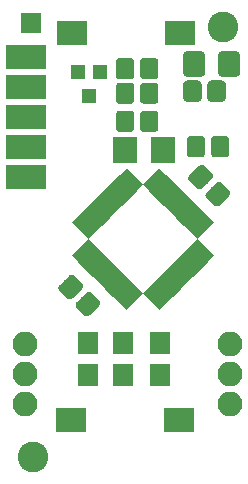
<source format=gts>
G04 #@! TF.GenerationSoftware,KiCad,Pcbnew,(5.1.2)-2*
G04 #@! TF.CreationDate,2019-11-25T21:39:26+01:00*
G04 #@! TF.ProjectId,HM-LC-SW1-BA-PCB_mini_MAX1724,484d2d4c-432d-4535-9731-2d42412d5043,rev?*
G04 #@! TF.SameCoordinates,Original*
G04 #@! TF.FileFunction,Soldermask,Top*
G04 #@! TF.FilePolarity,Negative*
%FSLAX46Y46*%
G04 Gerber Fmt 4.6, Leading zero omitted, Abs format (unit mm)*
G04 Created by KiCad (PCBNEW (5.1.2)-2) date 2019-11-25 21:39:26*
%MOMM*%
%LPD*%
G04 APERTURE LIST*
%ADD10O,2.100000X2.100000*%
%ADD11C,0.150000*%
%ADD12C,1.550000*%
%ADD13R,2.150000X2.200000*%
%ADD14R,1.200000X1.300000*%
%ADD15C,1.825000*%
%ADD16R,3.400000X2.100000*%
%ADD17C,0.950000*%
%ADD18R,2.580000X2.000000*%
%ADD19R,1.700000X1.900000*%
%ADD20C,2.600000*%
%ADD21R,1.750000X1.750000*%
G04 APERTURE END LIST*
D10*
X171300000Y-118680000D03*
X171300000Y-116140000D03*
X171300000Y-113600000D03*
D11*
G36*
X176746199Y-109181575D02*
G01*
X176778909Y-109186427D01*
X176810985Y-109194461D01*
X176842119Y-109205601D01*
X176872012Y-109219739D01*
X176900375Y-109236739D01*
X176926935Y-109256437D01*
X176951436Y-109278644D01*
X177570924Y-109898132D01*
X177593131Y-109922633D01*
X177612829Y-109949193D01*
X177629829Y-109977556D01*
X177643967Y-110007449D01*
X177655107Y-110038583D01*
X177663141Y-110070659D01*
X177667993Y-110103369D01*
X177669616Y-110136396D01*
X177667993Y-110169423D01*
X177663141Y-110202133D01*
X177655107Y-110234209D01*
X177643967Y-110265343D01*
X177629829Y-110295236D01*
X177612829Y-110323599D01*
X177593131Y-110350159D01*
X177570924Y-110374660D01*
X176774660Y-111170924D01*
X176750159Y-111193131D01*
X176723599Y-111212829D01*
X176695236Y-111229829D01*
X176665343Y-111243967D01*
X176634209Y-111255107D01*
X176602133Y-111263141D01*
X176569423Y-111267993D01*
X176536396Y-111269616D01*
X176503369Y-111267993D01*
X176470659Y-111263141D01*
X176438583Y-111255107D01*
X176407449Y-111243967D01*
X176377556Y-111229829D01*
X176349193Y-111212829D01*
X176322633Y-111193131D01*
X176298132Y-111170924D01*
X175678644Y-110551436D01*
X175656437Y-110526935D01*
X175636739Y-110500375D01*
X175619739Y-110472012D01*
X175605601Y-110442119D01*
X175594461Y-110410985D01*
X175586427Y-110378909D01*
X175581575Y-110346199D01*
X175579952Y-110313172D01*
X175581575Y-110280145D01*
X175586427Y-110247435D01*
X175594461Y-110215359D01*
X175605601Y-110184225D01*
X175619739Y-110154332D01*
X175636739Y-110125969D01*
X175656437Y-110099409D01*
X175678644Y-110074908D01*
X176474908Y-109278644D01*
X176499409Y-109256437D01*
X176525969Y-109236739D01*
X176554332Y-109219739D01*
X176584225Y-109205601D01*
X176615359Y-109194461D01*
X176647435Y-109186427D01*
X176680145Y-109181575D01*
X176713172Y-109179952D01*
X176746199Y-109181575D01*
X176746199Y-109181575D01*
G37*
D12*
X176624784Y-110224784D03*
D11*
G36*
X175296631Y-107732007D02*
G01*
X175329341Y-107736859D01*
X175361417Y-107744893D01*
X175392551Y-107756033D01*
X175422444Y-107770171D01*
X175450807Y-107787171D01*
X175477367Y-107806869D01*
X175501868Y-107829076D01*
X176121356Y-108448564D01*
X176143563Y-108473065D01*
X176163261Y-108499625D01*
X176180261Y-108527988D01*
X176194399Y-108557881D01*
X176205539Y-108589015D01*
X176213573Y-108621091D01*
X176218425Y-108653801D01*
X176220048Y-108686828D01*
X176218425Y-108719855D01*
X176213573Y-108752565D01*
X176205539Y-108784641D01*
X176194399Y-108815775D01*
X176180261Y-108845668D01*
X176163261Y-108874031D01*
X176143563Y-108900591D01*
X176121356Y-108925092D01*
X175325092Y-109721356D01*
X175300591Y-109743563D01*
X175274031Y-109763261D01*
X175245668Y-109780261D01*
X175215775Y-109794399D01*
X175184641Y-109805539D01*
X175152565Y-109813573D01*
X175119855Y-109818425D01*
X175086828Y-109820048D01*
X175053801Y-109818425D01*
X175021091Y-109813573D01*
X174989015Y-109805539D01*
X174957881Y-109794399D01*
X174927988Y-109780261D01*
X174899625Y-109763261D01*
X174873065Y-109743563D01*
X174848564Y-109721356D01*
X174229076Y-109101868D01*
X174206869Y-109077367D01*
X174187171Y-109050807D01*
X174170171Y-109022444D01*
X174156033Y-108992551D01*
X174144893Y-108961417D01*
X174136859Y-108929341D01*
X174132007Y-108896631D01*
X174130384Y-108863604D01*
X174132007Y-108830577D01*
X174136859Y-108797867D01*
X174144893Y-108765791D01*
X174156033Y-108734657D01*
X174170171Y-108704764D01*
X174187171Y-108676401D01*
X174206869Y-108649841D01*
X174229076Y-108625340D01*
X175025340Y-107829076D01*
X175049841Y-107806869D01*
X175076401Y-107787171D01*
X175104764Y-107770171D01*
X175134657Y-107756033D01*
X175165791Y-107744893D01*
X175197867Y-107736859D01*
X175230577Y-107732007D01*
X175263604Y-107730384D01*
X175296631Y-107732007D01*
X175296631Y-107732007D01*
G37*
D12*
X175175216Y-108775216D03*
D11*
G36*
X187746199Y-99881575D02*
G01*
X187778909Y-99886427D01*
X187810985Y-99894461D01*
X187842119Y-99905601D01*
X187872012Y-99919739D01*
X187900375Y-99936739D01*
X187926935Y-99956437D01*
X187951436Y-99978644D01*
X188570924Y-100598132D01*
X188593131Y-100622633D01*
X188612829Y-100649193D01*
X188629829Y-100677556D01*
X188643967Y-100707449D01*
X188655107Y-100738583D01*
X188663141Y-100770659D01*
X188667993Y-100803369D01*
X188669616Y-100836396D01*
X188667993Y-100869423D01*
X188663141Y-100902133D01*
X188655107Y-100934209D01*
X188643967Y-100965343D01*
X188629829Y-100995236D01*
X188612829Y-101023599D01*
X188593131Y-101050159D01*
X188570924Y-101074660D01*
X187774660Y-101870924D01*
X187750159Y-101893131D01*
X187723599Y-101912829D01*
X187695236Y-101929829D01*
X187665343Y-101943967D01*
X187634209Y-101955107D01*
X187602133Y-101963141D01*
X187569423Y-101967993D01*
X187536396Y-101969616D01*
X187503369Y-101967993D01*
X187470659Y-101963141D01*
X187438583Y-101955107D01*
X187407449Y-101943967D01*
X187377556Y-101929829D01*
X187349193Y-101912829D01*
X187322633Y-101893131D01*
X187298132Y-101870924D01*
X186678644Y-101251436D01*
X186656437Y-101226935D01*
X186636739Y-101200375D01*
X186619739Y-101172012D01*
X186605601Y-101142119D01*
X186594461Y-101110985D01*
X186586427Y-101078909D01*
X186581575Y-101046199D01*
X186579952Y-101013172D01*
X186581575Y-100980145D01*
X186586427Y-100947435D01*
X186594461Y-100915359D01*
X186605601Y-100884225D01*
X186619739Y-100854332D01*
X186636739Y-100825969D01*
X186656437Y-100799409D01*
X186678644Y-100774908D01*
X187474908Y-99978644D01*
X187499409Y-99956437D01*
X187525969Y-99936739D01*
X187554332Y-99919739D01*
X187584225Y-99905601D01*
X187615359Y-99894461D01*
X187647435Y-99886427D01*
X187680145Y-99881575D01*
X187713172Y-99879952D01*
X187746199Y-99881575D01*
X187746199Y-99881575D01*
G37*
D12*
X187624784Y-100924784D03*
D11*
G36*
X186296631Y-98432007D02*
G01*
X186329341Y-98436859D01*
X186361417Y-98444893D01*
X186392551Y-98456033D01*
X186422444Y-98470171D01*
X186450807Y-98487171D01*
X186477367Y-98506869D01*
X186501868Y-98529076D01*
X187121356Y-99148564D01*
X187143563Y-99173065D01*
X187163261Y-99199625D01*
X187180261Y-99227988D01*
X187194399Y-99257881D01*
X187205539Y-99289015D01*
X187213573Y-99321091D01*
X187218425Y-99353801D01*
X187220048Y-99386828D01*
X187218425Y-99419855D01*
X187213573Y-99452565D01*
X187205539Y-99484641D01*
X187194399Y-99515775D01*
X187180261Y-99545668D01*
X187163261Y-99574031D01*
X187143563Y-99600591D01*
X187121356Y-99625092D01*
X186325092Y-100421356D01*
X186300591Y-100443563D01*
X186274031Y-100463261D01*
X186245668Y-100480261D01*
X186215775Y-100494399D01*
X186184641Y-100505539D01*
X186152565Y-100513573D01*
X186119855Y-100518425D01*
X186086828Y-100520048D01*
X186053801Y-100518425D01*
X186021091Y-100513573D01*
X185989015Y-100505539D01*
X185957881Y-100494399D01*
X185927988Y-100480261D01*
X185899625Y-100463261D01*
X185873065Y-100443563D01*
X185848564Y-100421356D01*
X185229076Y-99801868D01*
X185206869Y-99777367D01*
X185187171Y-99750807D01*
X185170171Y-99722444D01*
X185156033Y-99692551D01*
X185144893Y-99661417D01*
X185136859Y-99629341D01*
X185132007Y-99596631D01*
X185130384Y-99563604D01*
X185132007Y-99530577D01*
X185136859Y-99497867D01*
X185144893Y-99465791D01*
X185156033Y-99434657D01*
X185170171Y-99404764D01*
X185187171Y-99376401D01*
X185206869Y-99349841D01*
X185229076Y-99325340D01*
X186025340Y-98529076D01*
X186049841Y-98506869D01*
X186076401Y-98487171D01*
X186104764Y-98470171D01*
X186134657Y-98456033D01*
X186165791Y-98444893D01*
X186197867Y-98436859D01*
X186230577Y-98432007D01*
X186263604Y-98430384D01*
X186296631Y-98432007D01*
X186296631Y-98432007D01*
G37*
D12*
X186175216Y-99475216D03*
D11*
G36*
X182296071Y-93851623D02*
G01*
X182328781Y-93856475D01*
X182360857Y-93864509D01*
X182391991Y-93875649D01*
X182421884Y-93889787D01*
X182450247Y-93906787D01*
X182476807Y-93926485D01*
X182501308Y-93948692D01*
X182523515Y-93973193D01*
X182543213Y-93999753D01*
X182560213Y-94028116D01*
X182574351Y-94058009D01*
X182585491Y-94089143D01*
X182593525Y-94121219D01*
X182598377Y-94153929D01*
X182600000Y-94186956D01*
X182600000Y-95313044D01*
X182598377Y-95346071D01*
X182593525Y-95378781D01*
X182585491Y-95410857D01*
X182574351Y-95441991D01*
X182560213Y-95471884D01*
X182543213Y-95500247D01*
X182523515Y-95526807D01*
X182501308Y-95551308D01*
X182476807Y-95573515D01*
X182450247Y-95593213D01*
X182421884Y-95610213D01*
X182391991Y-95624351D01*
X182360857Y-95635491D01*
X182328781Y-95643525D01*
X182296071Y-95648377D01*
X182263044Y-95650000D01*
X181386956Y-95650000D01*
X181353929Y-95648377D01*
X181321219Y-95643525D01*
X181289143Y-95635491D01*
X181258009Y-95624351D01*
X181228116Y-95610213D01*
X181199753Y-95593213D01*
X181173193Y-95573515D01*
X181148692Y-95551308D01*
X181126485Y-95526807D01*
X181106787Y-95500247D01*
X181089787Y-95471884D01*
X181075649Y-95441991D01*
X181064509Y-95410857D01*
X181056475Y-95378781D01*
X181051623Y-95346071D01*
X181050000Y-95313044D01*
X181050000Y-94186956D01*
X181051623Y-94153929D01*
X181056475Y-94121219D01*
X181064509Y-94089143D01*
X181075649Y-94058009D01*
X181089787Y-94028116D01*
X181106787Y-93999753D01*
X181126485Y-93973193D01*
X181148692Y-93948692D01*
X181173193Y-93926485D01*
X181199753Y-93906787D01*
X181228116Y-93889787D01*
X181258009Y-93875649D01*
X181289143Y-93864509D01*
X181321219Y-93856475D01*
X181353929Y-93851623D01*
X181386956Y-93850000D01*
X182263044Y-93850000D01*
X182296071Y-93851623D01*
X182296071Y-93851623D01*
G37*
D12*
X181825000Y-94750000D03*
D11*
G36*
X180246071Y-93851623D02*
G01*
X180278781Y-93856475D01*
X180310857Y-93864509D01*
X180341991Y-93875649D01*
X180371884Y-93889787D01*
X180400247Y-93906787D01*
X180426807Y-93926485D01*
X180451308Y-93948692D01*
X180473515Y-93973193D01*
X180493213Y-93999753D01*
X180510213Y-94028116D01*
X180524351Y-94058009D01*
X180535491Y-94089143D01*
X180543525Y-94121219D01*
X180548377Y-94153929D01*
X180550000Y-94186956D01*
X180550000Y-95313044D01*
X180548377Y-95346071D01*
X180543525Y-95378781D01*
X180535491Y-95410857D01*
X180524351Y-95441991D01*
X180510213Y-95471884D01*
X180493213Y-95500247D01*
X180473515Y-95526807D01*
X180451308Y-95551308D01*
X180426807Y-95573515D01*
X180400247Y-95593213D01*
X180371884Y-95610213D01*
X180341991Y-95624351D01*
X180310857Y-95635491D01*
X180278781Y-95643525D01*
X180246071Y-95648377D01*
X180213044Y-95650000D01*
X179336956Y-95650000D01*
X179303929Y-95648377D01*
X179271219Y-95643525D01*
X179239143Y-95635491D01*
X179208009Y-95624351D01*
X179178116Y-95610213D01*
X179149753Y-95593213D01*
X179123193Y-95573515D01*
X179098692Y-95551308D01*
X179076485Y-95526807D01*
X179056787Y-95500247D01*
X179039787Y-95471884D01*
X179025649Y-95441991D01*
X179014509Y-95410857D01*
X179006475Y-95378781D01*
X179001623Y-95346071D01*
X179000000Y-95313044D01*
X179000000Y-94186956D01*
X179001623Y-94153929D01*
X179006475Y-94121219D01*
X179014509Y-94089143D01*
X179025649Y-94058009D01*
X179039787Y-94028116D01*
X179056787Y-93999753D01*
X179076485Y-93973193D01*
X179098692Y-93948692D01*
X179123193Y-93926485D01*
X179149753Y-93906787D01*
X179178116Y-93889787D01*
X179208009Y-93875649D01*
X179239143Y-93864509D01*
X179271219Y-93856475D01*
X179303929Y-93851623D01*
X179336956Y-93850000D01*
X180213044Y-93850000D01*
X180246071Y-93851623D01*
X180246071Y-93851623D01*
G37*
D12*
X179775000Y-94750000D03*
D13*
X179775000Y-97200000D03*
X183025000Y-97200000D03*
D11*
G36*
X188296071Y-96001623D02*
G01*
X188328781Y-96006475D01*
X188360857Y-96014509D01*
X188391991Y-96025649D01*
X188421884Y-96039787D01*
X188450247Y-96056787D01*
X188476807Y-96076485D01*
X188501308Y-96098692D01*
X188523515Y-96123193D01*
X188543213Y-96149753D01*
X188560213Y-96178116D01*
X188574351Y-96208009D01*
X188585491Y-96239143D01*
X188593525Y-96271219D01*
X188598377Y-96303929D01*
X188600000Y-96336956D01*
X188600000Y-97463044D01*
X188598377Y-97496071D01*
X188593525Y-97528781D01*
X188585491Y-97560857D01*
X188574351Y-97591991D01*
X188560213Y-97621884D01*
X188543213Y-97650247D01*
X188523515Y-97676807D01*
X188501308Y-97701308D01*
X188476807Y-97723515D01*
X188450247Y-97743213D01*
X188421884Y-97760213D01*
X188391991Y-97774351D01*
X188360857Y-97785491D01*
X188328781Y-97793525D01*
X188296071Y-97798377D01*
X188263044Y-97800000D01*
X187386956Y-97800000D01*
X187353929Y-97798377D01*
X187321219Y-97793525D01*
X187289143Y-97785491D01*
X187258009Y-97774351D01*
X187228116Y-97760213D01*
X187199753Y-97743213D01*
X187173193Y-97723515D01*
X187148692Y-97701308D01*
X187126485Y-97676807D01*
X187106787Y-97650247D01*
X187089787Y-97621884D01*
X187075649Y-97591991D01*
X187064509Y-97560857D01*
X187056475Y-97528781D01*
X187051623Y-97496071D01*
X187050000Y-97463044D01*
X187050000Y-96336956D01*
X187051623Y-96303929D01*
X187056475Y-96271219D01*
X187064509Y-96239143D01*
X187075649Y-96208009D01*
X187089787Y-96178116D01*
X187106787Y-96149753D01*
X187126485Y-96123193D01*
X187148692Y-96098692D01*
X187173193Y-96076485D01*
X187199753Y-96056787D01*
X187228116Y-96039787D01*
X187258009Y-96025649D01*
X187289143Y-96014509D01*
X187321219Y-96006475D01*
X187353929Y-96001623D01*
X187386956Y-96000000D01*
X188263044Y-96000000D01*
X188296071Y-96001623D01*
X188296071Y-96001623D01*
G37*
D12*
X187825000Y-96900000D03*
D11*
G36*
X186246071Y-96001623D02*
G01*
X186278781Y-96006475D01*
X186310857Y-96014509D01*
X186341991Y-96025649D01*
X186371884Y-96039787D01*
X186400247Y-96056787D01*
X186426807Y-96076485D01*
X186451308Y-96098692D01*
X186473515Y-96123193D01*
X186493213Y-96149753D01*
X186510213Y-96178116D01*
X186524351Y-96208009D01*
X186535491Y-96239143D01*
X186543525Y-96271219D01*
X186548377Y-96303929D01*
X186550000Y-96336956D01*
X186550000Y-97463044D01*
X186548377Y-97496071D01*
X186543525Y-97528781D01*
X186535491Y-97560857D01*
X186524351Y-97591991D01*
X186510213Y-97621884D01*
X186493213Y-97650247D01*
X186473515Y-97676807D01*
X186451308Y-97701308D01*
X186426807Y-97723515D01*
X186400247Y-97743213D01*
X186371884Y-97760213D01*
X186341991Y-97774351D01*
X186310857Y-97785491D01*
X186278781Y-97793525D01*
X186246071Y-97798377D01*
X186213044Y-97800000D01*
X185336956Y-97800000D01*
X185303929Y-97798377D01*
X185271219Y-97793525D01*
X185239143Y-97785491D01*
X185208009Y-97774351D01*
X185178116Y-97760213D01*
X185149753Y-97743213D01*
X185123193Y-97723515D01*
X185098692Y-97701308D01*
X185076485Y-97676807D01*
X185056787Y-97650247D01*
X185039787Y-97621884D01*
X185025649Y-97591991D01*
X185014509Y-97560857D01*
X185006475Y-97528781D01*
X185001623Y-97496071D01*
X185000000Y-97463044D01*
X185000000Y-96336956D01*
X185001623Y-96303929D01*
X185006475Y-96271219D01*
X185014509Y-96239143D01*
X185025649Y-96208009D01*
X185039787Y-96178116D01*
X185056787Y-96149753D01*
X185076485Y-96123193D01*
X185098692Y-96098692D01*
X185123193Y-96076485D01*
X185149753Y-96056787D01*
X185178116Y-96039787D01*
X185208009Y-96025649D01*
X185239143Y-96014509D01*
X185271219Y-96006475D01*
X185303929Y-96001623D01*
X185336956Y-96000000D01*
X186213044Y-96000000D01*
X186246071Y-96001623D01*
X186246071Y-96001623D01*
G37*
D12*
X185775000Y-96900000D03*
D10*
X188658500Y-118681500D03*
X188658500Y-116141500D03*
X188658500Y-113601500D03*
D11*
G36*
X180246071Y-89401623D02*
G01*
X180278781Y-89406475D01*
X180310857Y-89414509D01*
X180341991Y-89425649D01*
X180371884Y-89439787D01*
X180400247Y-89456787D01*
X180426807Y-89476485D01*
X180451308Y-89498692D01*
X180473515Y-89523193D01*
X180493213Y-89549753D01*
X180510213Y-89578116D01*
X180524351Y-89608009D01*
X180535491Y-89639143D01*
X180543525Y-89671219D01*
X180548377Y-89703929D01*
X180550000Y-89736956D01*
X180550000Y-90863044D01*
X180548377Y-90896071D01*
X180543525Y-90928781D01*
X180535491Y-90960857D01*
X180524351Y-90991991D01*
X180510213Y-91021884D01*
X180493213Y-91050247D01*
X180473515Y-91076807D01*
X180451308Y-91101308D01*
X180426807Y-91123515D01*
X180400247Y-91143213D01*
X180371884Y-91160213D01*
X180341991Y-91174351D01*
X180310857Y-91185491D01*
X180278781Y-91193525D01*
X180246071Y-91198377D01*
X180213044Y-91200000D01*
X179336956Y-91200000D01*
X179303929Y-91198377D01*
X179271219Y-91193525D01*
X179239143Y-91185491D01*
X179208009Y-91174351D01*
X179178116Y-91160213D01*
X179149753Y-91143213D01*
X179123193Y-91123515D01*
X179098692Y-91101308D01*
X179076485Y-91076807D01*
X179056787Y-91050247D01*
X179039787Y-91021884D01*
X179025649Y-90991991D01*
X179014509Y-90960857D01*
X179006475Y-90928781D01*
X179001623Y-90896071D01*
X179000000Y-90863044D01*
X179000000Y-89736956D01*
X179001623Y-89703929D01*
X179006475Y-89671219D01*
X179014509Y-89639143D01*
X179025649Y-89608009D01*
X179039787Y-89578116D01*
X179056787Y-89549753D01*
X179076485Y-89523193D01*
X179098692Y-89498692D01*
X179123193Y-89476485D01*
X179149753Y-89456787D01*
X179178116Y-89439787D01*
X179208009Y-89425649D01*
X179239143Y-89414509D01*
X179271219Y-89406475D01*
X179303929Y-89401623D01*
X179336956Y-89400000D01*
X180213044Y-89400000D01*
X180246071Y-89401623D01*
X180246071Y-89401623D01*
G37*
D12*
X179775000Y-90300000D03*
D11*
G36*
X182296071Y-89401623D02*
G01*
X182328781Y-89406475D01*
X182360857Y-89414509D01*
X182391991Y-89425649D01*
X182421884Y-89439787D01*
X182450247Y-89456787D01*
X182476807Y-89476485D01*
X182501308Y-89498692D01*
X182523515Y-89523193D01*
X182543213Y-89549753D01*
X182560213Y-89578116D01*
X182574351Y-89608009D01*
X182585491Y-89639143D01*
X182593525Y-89671219D01*
X182598377Y-89703929D01*
X182600000Y-89736956D01*
X182600000Y-90863044D01*
X182598377Y-90896071D01*
X182593525Y-90928781D01*
X182585491Y-90960857D01*
X182574351Y-90991991D01*
X182560213Y-91021884D01*
X182543213Y-91050247D01*
X182523515Y-91076807D01*
X182501308Y-91101308D01*
X182476807Y-91123515D01*
X182450247Y-91143213D01*
X182421884Y-91160213D01*
X182391991Y-91174351D01*
X182360857Y-91185491D01*
X182328781Y-91193525D01*
X182296071Y-91198377D01*
X182263044Y-91200000D01*
X181386956Y-91200000D01*
X181353929Y-91198377D01*
X181321219Y-91193525D01*
X181289143Y-91185491D01*
X181258009Y-91174351D01*
X181228116Y-91160213D01*
X181199753Y-91143213D01*
X181173193Y-91123515D01*
X181148692Y-91101308D01*
X181126485Y-91076807D01*
X181106787Y-91050247D01*
X181089787Y-91021884D01*
X181075649Y-90991991D01*
X181064509Y-90960857D01*
X181056475Y-90928781D01*
X181051623Y-90896071D01*
X181050000Y-90863044D01*
X181050000Y-89736956D01*
X181051623Y-89703929D01*
X181056475Y-89671219D01*
X181064509Y-89639143D01*
X181075649Y-89608009D01*
X181089787Y-89578116D01*
X181106787Y-89549753D01*
X181126485Y-89523193D01*
X181148692Y-89498692D01*
X181173193Y-89476485D01*
X181199753Y-89456787D01*
X181228116Y-89439787D01*
X181258009Y-89425649D01*
X181289143Y-89414509D01*
X181321219Y-89406475D01*
X181353929Y-89401623D01*
X181386956Y-89400000D01*
X182263044Y-89400000D01*
X182296071Y-89401623D01*
X182296071Y-89401623D01*
G37*
D12*
X181825000Y-90300000D03*
D11*
G36*
X182296071Y-91476623D02*
G01*
X182328781Y-91481475D01*
X182360857Y-91489509D01*
X182391991Y-91500649D01*
X182421884Y-91514787D01*
X182450247Y-91531787D01*
X182476807Y-91551485D01*
X182501308Y-91573692D01*
X182523515Y-91598193D01*
X182543213Y-91624753D01*
X182560213Y-91653116D01*
X182574351Y-91683009D01*
X182585491Y-91714143D01*
X182593525Y-91746219D01*
X182598377Y-91778929D01*
X182600000Y-91811956D01*
X182600000Y-92938044D01*
X182598377Y-92971071D01*
X182593525Y-93003781D01*
X182585491Y-93035857D01*
X182574351Y-93066991D01*
X182560213Y-93096884D01*
X182543213Y-93125247D01*
X182523515Y-93151807D01*
X182501308Y-93176308D01*
X182476807Y-93198515D01*
X182450247Y-93218213D01*
X182421884Y-93235213D01*
X182391991Y-93249351D01*
X182360857Y-93260491D01*
X182328781Y-93268525D01*
X182296071Y-93273377D01*
X182263044Y-93275000D01*
X181386956Y-93275000D01*
X181353929Y-93273377D01*
X181321219Y-93268525D01*
X181289143Y-93260491D01*
X181258009Y-93249351D01*
X181228116Y-93235213D01*
X181199753Y-93218213D01*
X181173193Y-93198515D01*
X181148692Y-93176308D01*
X181126485Y-93151807D01*
X181106787Y-93125247D01*
X181089787Y-93096884D01*
X181075649Y-93066991D01*
X181064509Y-93035857D01*
X181056475Y-93003781D01*
X181051623Y-92971071D01*
X181050000Y-92938044D01*
X181050000Y-91811956D01*
X181051623Y-91778929D01*
X181056475Y-91746219D01*
X181064509Y-91714143D01*
X181075649Y-91683009D01*
X181089787Y-91653116D01*
X181106787Y-91624753D01*
X181126485Y-91598193D01*
X181148692Y-91573692D01*
X181173193Y-91551485D01*
X181199753Y-91531787D01*
X181228116Y-91514787D01*
X181258009Y-91500649D01*
X181289143Y-91489509D01*
X181321219Y-91481475D01*
X181353929Y-91476623D01*
X181386956Y-91475000D01*
X182263044Y-91475000D01*
X182296071Y-91476623D01*
X182296071Y-91476623D01*
G37*
D12*
X181825000Y-92375000D03*
D11*
G36*
X180246071Y-91476623D02*
G01*
X180278781Y-91481475D01*
X180310857Y-91489509D01*
X180341991Y-91500649D01*
X180371884Y-91514787D01*
X180400247Y-91531787D01*
X180426807Y-91551485D01*
X180451308Y-91573692D01*
X180473515Y-91598193D01*
X180493213Y-91624753D01*
X180510213Y-91653116D01*
X180524351Y-91683009D01*
X180535491Y-91714143D01*
X180543525Y-91746219D01*
X180548377Y-91778929D01*
X180550000Y-91811956D01*
X180550000Y-92938044D01*
X180548377Y-92971071D01*
X180543525Y-93003781D01*
X180535491Y-93035857D01*
X180524351Y-93066991D01*
X180510213Y-93096884D01*
X180493213Y-93125247D01*
X180473515Y-93151807D01*
X180451308Y-93176308D01*
X180426807Y-93198515D01*
X180400247Y-93218213D01*
X180371884Y-93235213D01*
X180341991Y-93249351D01*
X180310857Y-93260491D01*
X180278781Y-93268525D01*
X180246071Y-93273377D01*
X180213044Y-93275000D01*
X179336956Y-93275000D01*
X179303929Y-93273377D01*
X179271219Y-93268525D01*
X179239143Y-93260491D01*
X179208009Y-93249351D01*
X179178116Y-93235213D01*
X179149753Y-93218213D01*
X179123193Y-93198515D01*
X179098692Y-93176308D01*
X179076485Y-93151807D01*
X179056787Y-93125247D01*
X179039787Y-93096884D01*
X179025649Y-93066991D01*
X179014509Y-93035857D01*
X179006475Y-93003781D01*
X179001623Y-92971071D01*
X179000000Y-92938044D01*
X179000000Y-91811956D01*
X179001623Y-91778929D01*
X179006475Y-91746219D01*
X179014509Y-91714143D01*
X179025649Y-91683009D01*
X179039787Y-91653116D01*
X179056787Y-91624753D01*
X179076485Y-91598193D01*
X179098692Y-91573692D01*
X179123193Y-91551485D01*
X179149753Y-91531787D01*
X179178116Y-91514787D01*
X179208009Y-91500649D01*
X179239143Y-91489509D01*
X179271219Y-91481475D01*
X179303929Y-91476623D01*
X179336956Y-91475000D01*
X180213044Y-91475000D01*
X180246071Y-91476623D01*
X180246071Y-91476623D01*
G37*
D12*
X179775000Y-92375000D03*
D14*
X176700000Y-92600000D03*
X175750000Y-90600000D03*
X177650000Y-90600000D03*
D11*
G36*
X187996071Y-91301623D02*
G01*
X188028781Y-91306475D01*
X188060857Y-91314509D01*
X188091991Y-91325649D01*
X188121884Y-91339787D01*
X188150247Y-91356787D01*
X188176807Y-91376485D01*
X188201308Y-91398692D01*
X188223515Y-91423193D01*
X188243213Y-91449753D01*
X188260213Y-91478116D01*
X188274351Y-91508009D01*
X188285491Y-91539143D01*
X188293525Y-91571219D01*
X188298377Y-91603929D01*
X188300000Y-91636956D01*
X188300000Y-92763044D01*
X188298377Y-92796071D01*
X188293525Y-92828781D01*
X188285491Y-92860857D01*
X188274351Y-92891991D01*
X188260213Y-92921884D01*
X188243213Y-92950247D01*
X188223515Y-92976807D01*
X188201308Y-93001308D01*
X188176807Y-93023515D01*
X188150247Y-93043213D01*
X188121884Y-93060213D01*
X188091991Y-93074351D01*
X188060857Y-93085491D01*
X188028781Y-93093525D01*
X187996071Y-93098377D01*
X187963044Y-93100000D01*
X187086956Y-93100000D01*
X187053929Y-93098377D01*
X187021219Y-93093525D01*
X186989143Y-93085491D01*
X186958009Y-93074351D01*
X186928116Y-93060213D01*
X186899753Y-93043213D01*
X186873193Y-93023515D01*
X186848692Y-93001308D01*
X186826485Y-92976807D01*
X186806787Y-92950247D01*
X186789787Y-92921884D01*
X186775649Y-92891991D01*
X186764509Y-92860857D01*
X186756475Y-92828781D01*
X186751623Y-92796071D01*
X186750000Y-92763044D01*
X186750000Y-91636956D01*
X186751623Y-91603929D01*
X186756475Y-91571219D01*
X186764509Y-91539143D01*
X186775649Y-91508009D01*
X186789787Y-91478116D01*
X186806787Y-91449753D01*
X186826485Y-91423193D01*
X186848692Y-91398692D01*
X186873193Y-91376485D01*
X186899753Y-91356787D01*
X186928116Y-91339787D01*
X186958009Y-91325649D01*
X186989143Y-91314509D01*
X187021219Y-91306475D01*
X187053929Y-91301623D01*
X187086956Y-91300000D01*
X187963044Y-91300000D01*
X187996071Y-91301623D01*
X187996071Y-91301623D01*
G37*
D12*
X187525000Y-92200000D03*
D11*
G36*
X185946071Y-91301623D02*
G01*
X185978781Y-91306475D01*
X186010857Y-91314509D01*
X186041991Y-91325649D01*
X186071884Y-91339787D01*
X186100247Y-91356787D01*
X186126807Y-91376485D01*
X186151308Y-91398692D01*
X186173515Y-91423193D01*
X186193213Y-91449753D01*
X186210213Y-91478116D01*
X186224351Y-91508009D01*
X186235491Y-91539143D01*
X186243525Y-91571219D01*
X186248377Y-91603929D01*
X186250000Y-91636956D01*
X186250000Y-92763044D01*
X186248377Y-92796071D01*
X186243525Y-92828781D01*
X186235491Y-92860857D01*
X186224351Y-92891991D01*
X186210213Y-92921884D01*
X186193213Y-92950247D01*
X186173515Y-92976807D01*
X186151308Y-93001308D01*
X186126807Y-93023515D01*
X186100247Y-93043213D01*
X186071884Y-93060213D01*
X186041991Y-93074351D01*
X186010857Y-93085491D01*
X185978781Y-93093525D01*
X185946071Y-93098377D01*
X185913044Y-93100000D01*
X185036956Y-93100000D01*
X185003929Y-93098377D01*
X184971219Y-93093525D01*
X184939143Y-93085491D01*
X184908009Y-93074351D01*
X184878116Y-93060213D01*
X184849753Y-93043213D01*
X184823193Y-93023515D01*
X184798692Y-93001308D01*
X184776485Y-92976807D01*
X184756787Y-92950247D01*
X184739787Y-92921884D01*
X184725649Y-92891991D01*
X184714509Y-92860857D01*
X184706475Y-92828781D01*
X184701623Y-92796071D01*
X184700000Y-92763044D01*
X184700000Y-91636956D01*
X184701623Y-91603929D01*
X184706475Y-91571219D01*
X184714509Y-91539143D01*
X184725649Y-91508009D01*
X184739787Y-91478116D01*
X184756787Y-91449753D01*
X184776485Y-91423193D01*
X184798692Y-91398692D01*
X184823193Y-91376485D01*
X184849753Y-91356787D01*
X184878116Y-91339787D01*
X184908009Y-91325649D01*
X184939143Y-91314509D01*
X184971219Y-91306475D01*
X185003929Y-91301623D01*
X185036956Y-91300000D01*
X185913044Y-91300000D01*
X185946071Y-91301623D01*
X185946071Y-91301623D01*
G37*
D12*
X185475000Y-92200000D03*
D11*
G36*
X186236207Y-88826542D02*
G01*
X186267287Y-88831152D01*
X186297766Y-88838787D01*
X186327350Y-88849372D01*
X186355754Y-88862806D01*
X186382704Y-88878959D01*
X186407942Y-88897677D01*
X186431223Y-88918777D01*
X186452323Y-88942058D01*
X186471041Y-88967296D01*
X186487194Y-88994246D01*
X186500628Y-89022650D01*
X186511213Y-89052234D01*
X186518848Y-89082713D01*
X186523458Y-89113793D01*
X186525000Y-89145176D01*
X186525000Y-90654824D01*
X186523458Y-90686207D01*
X186518848Y-90717287D01*
X186511213Y-90747766D01*
X186500628Y-90777350D01*
X186487194Y-90805754D01*
X186471041Y-90832704D01*
X186452323Y-90857942D01*
X186431223Y-90881223D01*
X186407942Y-90902323D01*
X186382704Y-90921041D01*
X186355754Y-90937194D01*
X186327350Y-90950628D01*
X186297766Y-90961213D01*
X186267287Y-90968848D01*
X186236207Y-90973458D01*
X186204824Y-90975000D01*
X185020176Y-90975000D01*
X184988793Y-90973458D01*
X184957713Y-90968848D01*
X184927234Y-90961213D01*
X184897650Y-90950628D01*
X184869246Y-90937194D01*
X184842296Y-90921041D01*
X184817058Y-90902323D01*
X184793777Y-90881223D01*
X184772677Y-90857942D01*
X184753959Y-90832704D01*
X184737806Y-90805754D01*
X184724372Y-90777350D01*
X184713787Y-90747766D01*
X184706152Y-90717287D01*
X184701542Y-90686207D01*
X184700000Y-90654824D01*
X184700000Y-89145176D01*
X184701542Y-89113793D01*
X184706152Y-89082713D01*
X184713787Y-89052234D01*
X184724372Y-89022650D01*
X184737806Y-88994246D01*
X184753959Y-88967296D01*
X184772677Y-88942058D01*
X184793777Y-88918777D01*
X184817058Y-88897677D01*
X184842296Y-88878959D01*
X184869246Y-88862806D01*
X184897650Y-88849372D01*
X184927234Y-88838787D01*
X184957713Y-88831152D01*
X184988793Y-88826542D01*
X185020176Y-88825000D01*
X186204824Y-88825000D01*
X186236207Y-88826542D01*
X186236207Y-88826542D01*
G37*
D15*
X185612500Y-89900000D03*
D11*
G36*
X189211207Y-88826542D02*
G01*
X189242287Y-88831152D01*
X189272766Y-88838787D01*
X189302350Y-88849372D01*
X189330754Y-88862806D01*
X189357704Y-88878959D01*
X189382942Y-88897677D01*
X189406223Y-88918777D01*
X189427323Y-88942058D01*
X189446041Y-88967296D01*
X189462194Y-88994246D01*
X189475628Y-89022650D01*
X189486213Y-89052234D01*
X189493848Y-89082713D01*
X189498458Y-89113793D01*
X189500000Y-89145176D01*
X189500000Y-90654824D01*
X189498458Y-90686207D01*
X189493848Y-90717287D01*
X189486213Y-90747766D01*
X189475628Y-90777350D01*
X189462194Y-90805754D01*
X189446041Y-90832704D01*
X189427323Y-90857942D01*
X189406223Y-90881223D01*
X189382942Y-90902323D01*
X189357704Y-90921041D01*
X189330754Y-90937194D01*
X189302350Y-90950628D01*
X189272766Y-90961213D01*
X189242287Y-90968848D01*
X189211207Y-90973458D01*
X189179824Y-90975000D01*
X187995176Y-90975000D01*
X187963793Y-90973458D01*
X187932713Y-90968848D01*
X187902234Y-90961213D01*
X187872650Y-90950628D01*
X187844246Y-90937194D01*
X187817296Y-90921041D01*
X187792058Y-90902323D01*
X187768777Y-90881223D01*
X187747677Y-90857942D01*
X187728959Y-90832704D01*
X187712806Y-90805754D01*
X187699372Y-90777350D01*
X187688787Y-90747766D01*
X187681152Y-90717287D01*
X187676542Y-90686207D01*
X187675000Y-90654824D01*
X187675000Y-89145176D01*
X187676542Y-89113793D01*
X187681152Y-89082713D01*
X187688787Y-89052234D01*
X187699372Y-89022650D01*
X187712806Y-88994246D01*
X187728959Y-88967296D01*
X187747677Y-88942058D01*
X187768777Y-88918777D01*
X187792058Y-88897677D01*
X187817296Y-88878959D01*
X187844246Y-88862806D01*
X187872650Y-88849372D01*
X187902234Y-88838787D01*
X187932713Y-88831152D01*
X187963793Y-88826542D01*
X187995176Y-88825000D01*
X189179824Y-88825000D01*
X189211207Y-88826542D01*
X189211207Y-88826542D01*
G37*
D15*
X188587500Y-89900000D03*
D16*
X171410500Y-89281000D03*
X171410500Y-94361000D03*
X171410500Y-99441000D03*
X171386500Y-91821000D03*
X171386500Y-96901000D03*
D17*
X186277603Y-103686195D03*
D11*
G36*
X186648834Y-102643212D02*
G01*
X187320586Y-103314964D01*
X185906372Y-104729178D01*
X185234620Y-104057426D01*
X186648834Y-102643212D01*
X186648834Y-102643212D01*
G37*
D17*
X185711917Y-103120510D03*
D11*
G36*
X186083148Y-102077527D02*
G01*
X186754900Y-102749279D01*
X185340686Y-104163493D01*
X184668934Y-103491741D01*
X186083148Y-102077527D01*
X186083148Y-102077527D01*
G37*
D17*
X185146232Y-102554824D03*
D11*
G36*
X185517463Y-101511841D02*
G01*
X186189215Y-102183593D01*
X184775001Y-103597807D01*
X184103249Y-102926055D01*
X185517463Y-101511841D01*
X185517463Y-101511841D01*
G37*
D17*
X184580547Y-101989139D03*
D11*
G36*
X184951778Y-100946156D02*
G01*
X185623530Y-101617908D01*
X184209316Y-103032122D01*
X183537564Y-102360370D01*
X184951778Y-100946156D01*
X184951778Y-100946156D01*
G37*
D17*
X184014861Y-101423453D03*
D11*
G36*
X184386092Y-100380470D02*
G01*
X185057844Y-101052222D01*
X183643630Y-102466436D01*
X182971878Y-101794684D01*
X184386092Y-100380470D01*
X184386092Y-100380470D01*
G37*
D17*
X183449176Y-100857768D03*
D11*
G36*
X183820407Y-99814785D02*
G01*
X184492159Y-100486537D01*
X183077945Y-101900751D01*
X182406193Y-101228999D01*
X183820407Y-99814785D01*
X183820407Y-99814785D01*
G37*
D17*
X182883490Y-100292083D03*
D11*
G36*
X183254721Y-99249100D02*
G01*
X183926473Y-99920852D01*
X182512259Y-101335066D01*
X181840507Y-100663314D01*
X183254721Y-99249100D01*
X183254721Y-99249100D01*
G37*
D17*
X182317805Y-99726397D03*
D11*
G36*
X182689036Y-98683414D02*
G01*
X183360788Y-99355166D01*
X181946574Y-100769380D01*
X181274822Y-100097628D01*
X182689036Y-98683414D01*
X182689036Y-98683414D01*
G37*
D17*
X180267195Y-99726397D03*
D11*
G36*
X179224212Y-99355166D02*
G01*
X179895964Y-98683414D01*
X181310178Y-100097628D01*
X180638426Y-100769380D01*
X179224212Y-99355166D01*
X179224212Y-99355166D01*
G37*
D17*
X179701510Y-100292083D03*
D11*
G36*
X178658527Y-99920852D02*
G01*
X179330279Y-99249100D01*
X180744493Y-100663314D01*
X180072741Y-101335066D01*
X178658527Y-99920852D01*
X178658527Y-99920852D01*
G37*
D17*
X179135824Y-100857768D03*
D11*
G36*
X178092841Y-100486537D02*
G01*
X178764593Y-99814785D01*
X180178807Y-101228999D01*
X179507055Y-101900751D01*
X178092841Y-100486537D01*
X178092841Y-100486537D01*
G37*
D17*
X178570139Y-101423453D03*
D11*
G36*
X177527156Y-101052222D02*
G01*
X178198908Y-100380470D01*
X179613122Y-101794684D01*
X178941370Y-102466436D01*
X177527156Y-101052222D01*
X177527156Y-101052222D01*
G37*
D17*
X178004453Y-101989139D03*
D11*
G36*
X176961470Y-101617908D02*
G01*
X177633222Y-100946156D01*
X179047436Y-102360370D01*
X178375684Y-103032122D01*
X176961470Y-101617908D01*
X176961470Y-101617908D01*
G37*
D17*
X177438768Y-102554824D03*
D11*
G36*
X176395785Y-102183593D02*
G01*
X177067537Y-101511841D01*
X178481751Y-102926055D01*
X177809999Y-103597807D01*
X176395785Y-102183593D01*
X176395785Y-102183593D01*
G37*
D17*
X176873083Y-103120510D03*
D11*
G36*
X175830100Y-102749279D02*
G01*
X176501852Y-102077527D01*
X177916066Y-103491741D01*
X177244314Y-104163493D01*
X175830100Y-102749279D01*
X175830100Y-102749279D01*
G37*
D17*
X176307397Y-103686195D03*
D11*
G36*
X175264414Y-103314964D02*
G01*
X175936166Y-102643212D01*
X177350380Y-104057426D01*
X176678628Y-104729178D01*
X175264414Y-103314964D01*
X175264414Y-103314964D01*
G37*
D17*
X176307397Y-105736805D03*
D11*
G36*
X176678628Y-104693822D02*
G01*
X177350380Y-105365574D01*
X175936166Y-106779788D01*
X175264414Y-106108036D01*
X176678628Y-104693822D01*
X176678628Y-104693822D01*
G37*
D17*
X176873083Y-106302490D03*
D11*
G36*
X177244314Y-105259507D02*
G01*
X177916066Y-105931259D01*
X176501852Y-107345473D01*
X175830100Y-106673721D01*
X177244314Y-105259507D01*
X177244314Y-105259507D01*
G37*
D17*
X177438768Y-106868176D03*
D11*
G36*
X177809999Y-105825193D02*
G01*
X178481751Y-106496945D01*
X177067537Y-107911159D01*
X176395785Y-107239407D01*
X177809999Y-105825193D01*
X177809999Y-105825193D01*
G37*
D17*
X178004453Y-107433861D03*
D11*
G36*
X178375684Y-106390878D02*
G01*
X179047436Y-107062630D01*
X177633222Y-108476844D01*
X176961470Y-107805092D01*
X178375684Y-106390878D01*
X178375684Y-106390878D01*
G37*
D17*
X178570139Y-107999547D03*
D11*
G36*
X178941370Y-106956564D02*
G01*
X179613122Y-107628316D01*
X178198908Y-109042530D01*
X177527156Y-108370778D01*
X178941370Y-106956564D01*
X178941370Y-106956564D01*
G37*
D17*
X179135824Y-108565232D03*
D11*
G36*
X179507055Y-107522249D02*
G01*
X180178807Y-108194001D01*
X178764593Y-109608215D01*
X178092841Y-108936463D01*
X179507055Y-107522249D01*
X179507055Y-107522249D01*
G37*
D17*
X179701510Y-109130917D03*
D11*
G36*
X180072741Y-108087934D02*
G01*
X180744493Y-108759686D01*
X179330279Y-110173900D01*
X178658527Y-109502148D01*
X180072741Y-108087934D01*
X180072741Y-108087934D01*
G37*
D17*
X180267195Y-109696603D03*
D11*
G36*
X180638426Y-108653620D02*
G01*
X181310178Y-109325372D01*
X179895964Y-110739586D01*
X179224212Y-110067834D01*
X180638426Y-108653620D01*
X180638426Y-108653620D01*
G37*
D17*
X182317805Y-109696603D03*
D11*
G36*
X181274822Y-109325372D02*
G01*
X181946574Y-108653620D01*
X183360788Y-110067834D01*
X182689036Y-110739586D01*
X181274822Y-109325372D01*
X181274822Y-109325372D01*
G37*
D17*
X182883490Y-109130917D03*
D11*
G36*
X181840507Y-108759686D02*
G01*
X182512259Y-108087934D01*
X183926473Y-109502148D01*
X183254721Y-110173900D01*
X181840507Y-108759686D01*
X181840507Y-108759686D01*
G37*
D17*
X183449176Y-108565232D03*
D11*
G36*
X182406193Y-108194001D02*
G01*
X183077945Y-107522249D01*
X184492159Y-108936463D01*
X183820407Y-109608215D01*
X182406193Y-108194001D01*
X182406193Y-108194001D01*
G37*
D17*
X184014861Y-107999547D03*
D11*
G36*
X182971878Y-107628316D02*
G01*
X183643630Y-106956564D01*
X185057844Y-108370778D01*
X184386092Y-109042530D01*
X182971878Y-107628316D01*
X182971878Y-107628316D01*
G37*
D17*
X184580547Y-107433861D03*
D11*
G36*
X183537564Y-107062630D02*
G01*
X184209316Y-106390878D01*
X185623530Y-107805092D01*
X184951778Y-108476844D01*
X183537564Y-107062630D01*
X183537564Y-107062630D01*
G37*
D17*
X185146232Y-106868176D03*
D11*
G36*
X184103249Y-106496945D02*
G01*
X184775001Y-105825193D01*
X186189215Y-107239407D01*
X185517463Y-107911159D01*
X184103249Y-106496945D01*
X184103249Y-106496945D01*
G37*
D17*
X185711917Y-106302490D03*
D11*
G36*
X184668934Y-105931259D02*
G01*
X185340686Y-105259507D01*
X186754900Y-106673721D01*
X186083148Y-107345473D01*
X184668934Y-105931259D01*
X184668934Y-105931259D01*
G37*
D17*
X186277603Y-105736805D03*
D11*
G36*
X185234620Y-105365574D02*
G01*
X185906372Y-104693822D01*
X187320586Y-106108036D01*
X186648834Y-106779788D01*
X185234620Y-105365574D01*
X185234620Y-105365574D01*
G37*
D18*
X175178500Y-120015000D03*
X184358500Y-120015000D03*
X175242000Y-87249000D03*
X184422000Y-87249000D03*
D19*
X182750000Y-113525000D03*
X182750000Y-116225000D03*
D20*
X188087000Y-86741000D03*
X171958000Y-123190000D03*
D21*
X171831000Y-86423500D03*
D19*
X179600000Y-113521500D03*
X179600000Y-116221500D03*
X176606200Y-116230400D03*
X176606200Y-113530400D03*
M02*

</source>
